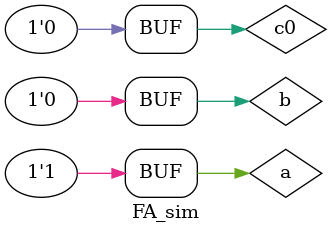
<source format=v>
`timescale 1ns / 1ps


module FA_sim;

	// Inputs
	reg a;
	reg b;
	reg c0;

	// Outputs
	wire s;
	wire Ca;

	// Instantiate the Unit Under Test (UUT)
	FA uut (
		.a(a), 
		.b(b), 
		.c0(c0), 
		.s(s), 
		.Ca(Ca)
	);

	initial begin
		// Initialize Inputs
		a = 1;
		b = 1;
		c0 = 0;

		// Wait 100 ns for global reset to finish
		#100;
		
		a=1;
		b=0;
		c0=0;
        
		// Add stimulus here

	end
      
endmodule


</source>
